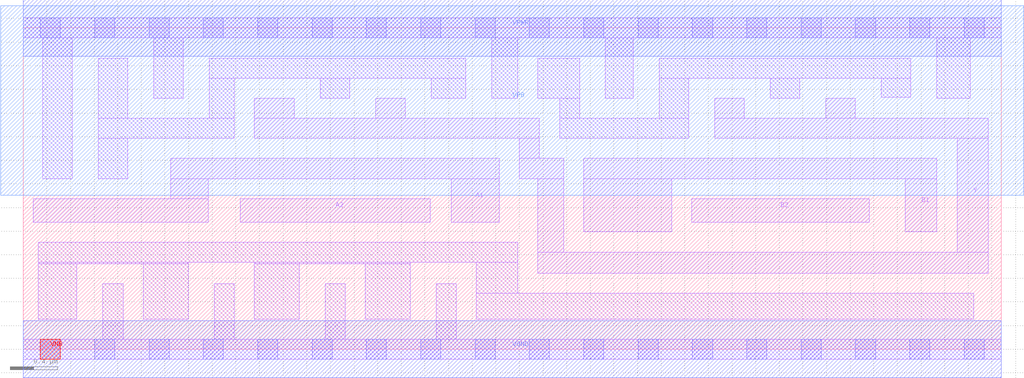
<source format=lef>
# Copyright 2020 The SkyWater PDK Authors
#
# Licensed under the Apache License, Version 2.0 (the "License");
# you may not use this file except in compliance with the License.
# You may obtain a copy of the License at
#
#     https://www.apache.org/licenses/LICENSE-2.0
#
# Unless required by applicable law or agreed to in writing, software
# distributed under the License is distributed on an "AS IS" BASIS,
# WITHOUT WARRANTIES OR CONDITIONS OF ANY KIND, either express or implied.
# See the License for the specific language governing permissions and
# limitations under the License.
#
# SPDX-License-Identifier: Apache-2.0

VERSION 5.7 ;
  NOWIREEXTENSIONATPIN ON ;
  DIVIDERCHAR "/" ;
  BUSBITCHARS "[]" ;
PROPERTYDEFINITIONS
  MACRO maskLayoutSubType STRING ;
  MACRO prCellType STRING ;
  MACRO originalViewName STRING ;
END PROPERTYDEFINITIONS
MACRO sky130_fd_sc_hdll__o22ai_4
  CLASS CORE ;
  FOREIGN sky130_fd_sc_hdll__o22ai_4 ;
  ORIGIN  0.000000  0.000000 ;
  SIZE  8.280000 BY  2.720000 ;
  SYMMETRY X Y R90 ;
  SITE unithd ;
  PIN A1
    ANTENNAGATEAREA  1.110000 ;
    DIRECTION INPUT ;
    USE SIGNAL ;
    PORT
      LAYER li1 ;
        RECT 0.085000 1.075000 1.565000 1.275000 ;
        RECT 1.250000 1.275000 1.565000 1.445000 ;
        RECT 1.250000 1.445000 4.030000 1.615000 ;
        RECT 3.625000 1.075000 4.030000 1.445000 ;
    END
  END A1
  PIN A2
    ANTENNAGATEAREA  1.110000 ;
    DIRECTION INPUT ;
    USE SIGNAL ;
    PORT
      LAYER li1 ;
        RECT 1.835000 1.075000 3.445000 1.275000 ;
    END
  END A2
  PIN B1
    ANTENNAGATEAREA  1.110000 ;
    DIRECTION INPUT ;
    USE SIGNAL ;
    PORT
      LAYER li1 ;
        RECT 4.745000 0.995000 5.490000 1.445000 ;
        RECT 4.745000 1.445000 7.735000 1.615000 ;
        RECT 7.465000 0.995000 7.735000 1.445000 ;
    END
  END B1
  PIN B2
    ANTENNAGATEAREA  1.110000 ;
    DIRECTION INPUT ;
    USE SIGNAL ;
    PORT
      LAYER li1 ;
        RECT 5.660000 1.075000 7.160000 1.275000 ;
    END
  END B2
  PIN VNB
    PORT
      LAYER pwell ;
        RECT 0.145000 -0.085000 0.315000 0.085000 ;
    END
  END VNB
  PIN VPB
    PORT
      LAYER nwell ;
        RECT -0.190000 1.305000 8.470000 2.910000 ;
    END
  END VPB
  PIN Y
    ANTENNADIFFAREA  1.959500 ;
    DIRECTION OUTPUT ;
    USE SIGNAL ;
    PORT
      LAYER li1 ;
        RECT 1.955000 1.785000 4.370000 1.955000 ;
        RECT 1.955000 1.955000 2.295000 2.125000 ;
        RECT 2.985000 1.955000 3.235000 2.125000 ;
        RECT 4.200000 1.445000 4.575000 1.615000 ;
        RECT 4.200000 1.615000 4.370000 1.785000 ;
        RECT 4.355000 0.645000 8.170000 0.820000 ;
        RECT 4.355000 0.820000 4.575000 1.445000 ;
        RECT 5.855000 1.785000 8.170000 1.955000 ;
        RECT 5.855000 1.955000 6.105000 2.125000 ;
        RECT 6.795000 1.955000 7.045000 2.125000 ;
        RECT 7.905000 0.820000 8.170000 1.785000 ;
    END
  END Y
  PIN VGND
    DIRECTION INOUT ;
    USE GROUND ;
    PORT
      LAYER met1 ;
        RECT 0.000000 -0.240000 8.280000 0.240000 ;
    END
  END VGND
  PIN VPWR
    DIRECTION INOUT ;
    USE POWER ;
    PORT
      LAYER met1 ;
        RECT 0.000000 2.480000 8.280000 2.960000 ;
    END
  END VPWR
  OBS
    LAYER li1 ;
      RECT 0.000000 -0.085000 8.280000 0.085000 ;
      RECT 0.000000  2.635000 8.280000 2.805000 ;
      RECT 0.125000  0.255000 0.455000 0.725000 ;
      RECT 0.125000  0.725000 1.395000 0.735000 ;
      RECT 0.125000  0.735000 4.185000 0.905000 ;
      RECT 0.165000  1.445000 0.415000 2.635000 ;
      RECT 0.635000  1.445000 0.885000 1.785000 ;
      RECT 0.635000  1.785000 1.785000 1.955000 ;
      RECT 0.635000  1.955000 0.885000 2.465000 ;
      RECT 0.675000  0.085000 0.845000 0.555000 ;
      RECT 1.015000  0.255000 1.395000 0.725000 ;
      RECT 1.105000  2.125000 1.355000 2.635000 ;
      RECT 1.575000  1.955000 1.785000 2.295000 ;
      RECT 1.575000  2.295000 3.745000 2.465000 ;
      RECT 1.615000  0.085000 1.785000 0.555000 ;
      RECT 1.955000  0.255000 2.335000 0.725000 ;
      RECT 1.955000  0.725000 3.275000 0.735000 ;
      RECT 2.515000  2.125000 2.765000 2.295000 ;
      RECT 2.555000  0.085000 2.725000 0.555000 ;
      RECT 2.895000  0.255000 3.275000 0.725000 ;
      RECT 3.455000  2.125000 3.745000 2.295000 ;
      RECT 3.495000  0.085000 3.665000 0.555000 ;
      RECT 3.835000  0.255000 8.045000 0.475000 ;
      RECT 3.835000  0.475000 4.185000 0.735000 ;
      RECT 3.965000  2.125000 4.185000 2.635000 ;
      RECT 4.355000  2.125000 4.710000 2.465000 ;
      RECT 4.540000  1.785000 5.635000 1.955000 ;
      RECT 4.540000  1.955000 4.710000 2.125000 ;
      RECT 4.925000  2.125000 5.165000 2.635000 ;
      RECT 5.385000  1.955000 5.635000 2.295000 ;
      RECT 5.385000  2.295000 7.515000 2.465000 ;
      RECT 6.325000  2.125000 6.575000 2.295000 ;
      RECT 7.265000  2.135000 7.515000 2.295000 ;
      RECT 7.735000  2.125000 8.015000 2.635000 ;
    LAYER mcon ;
      RECT 0.145000 -0.085000 0.315000 0.085000 ;
      RECT 0.145000  2.635000 0.315000 2.805000 ;
      RECT 0.605000 -0.085000 0.775000 0.085000 ;
      RECT 0.605000  2.635000 0.775000 2.805000 ;
      RECT 1.065000 -0.085000 1.235000 0.085000 ;
      RECT 1.065000  2.635000 1.235000 2.805000 ;
      RECT 1.525000 -0.085000 1.695000 0.085000 ;
      RECT 1.525000  2.635000 1.695000 2.805000 ;
      RECT 1.985000 -0.085000 2.155000 0.085000 ;
      RECT 1.985000  2.635000 2.155000 2.805000 ;
      RECT 2.445000 -0.085000 2.615000 0.085000 ;
      RECT 2.445000  2.635000 2.615000 2.805000 ;
      RECT 2.905000 -0.085000 3.075000 0.085000 ;
      RECT 2.905000  2.635000 3.075000 2.805000 ;
      RECT 3.365000 -0.085000 3.535000 0.085000 ;
      RECT 3.365000  2.635000 3.535000 2.805000 ;
      RECT 3.825000 -0.085000 3.995000 0.085000 ;
      RECT 3.825000  2.635000 3.995000 2.805000 ;
      RECT 4.285000 -0.085000 4.455000 0.085000 ;
      RECT 4.285000  2.635000 4.455000 2.805000 ;
      RECT 4.745000 -0.085000 4.915000 0.085000 ;
      RECT 4.745000  2.635000 4.915000 2.805000 ;
      RECT 5.205000 -0.085000 5.375000 0.085000 ;
      RECT 5.205000  2.635000 5.375000 2.805000 ;
      RECT 5.665000 -0.085000 5.835000 0.085000 ;
      RECT 5.665000  2.635000 5.835000 2.805000 ;
      RECT 6.125000 -0.085000 6.295000 0.085000 ;
      RECT 6.125000  2.635000 6.295000 2.805000 ;
      RECT 6.585000 -0.085000 6.755000 0.085000 ;
      RECT 6.585000  2.635000 6.755000 2.805000 ;
      RECT 7.045000 -0.085000 7.215000 0.085000 ;
      RECT 7.045000  2.635000 7.215000 2.805000 ;
      RECT 7.505000 -0.085000 7.675000 0.085000 ;
      RECT 7.505000  2.635000 7.675000 2.805000 ;
      RECT 7.965000 -0.085000 8.135000 0.085000 ;
      RECT 7.965000  2.635000 8.135000 2.805000 ;
  END
  PROPERTY maskLayoutSubType "abstract" ;
  PROPERTY prCellType "standard" ;
  PROPERTY originalViewName "layout" ;
END sky130_fd_sc_hdll__o22ai_4
END LIBRARY

</source>
